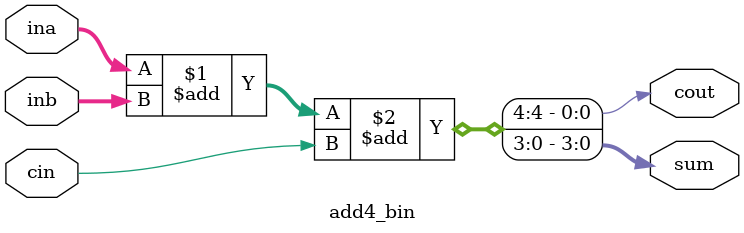
<source format=v>
module add4_bin(cout,sum,ina,inb,cin);
	input cin;
	input[3:0] ina,inb;
	output[3:0] sum; 
	output cout;
	assign {cout,sum} = ina+inb+cin;
endmodule


</source>
